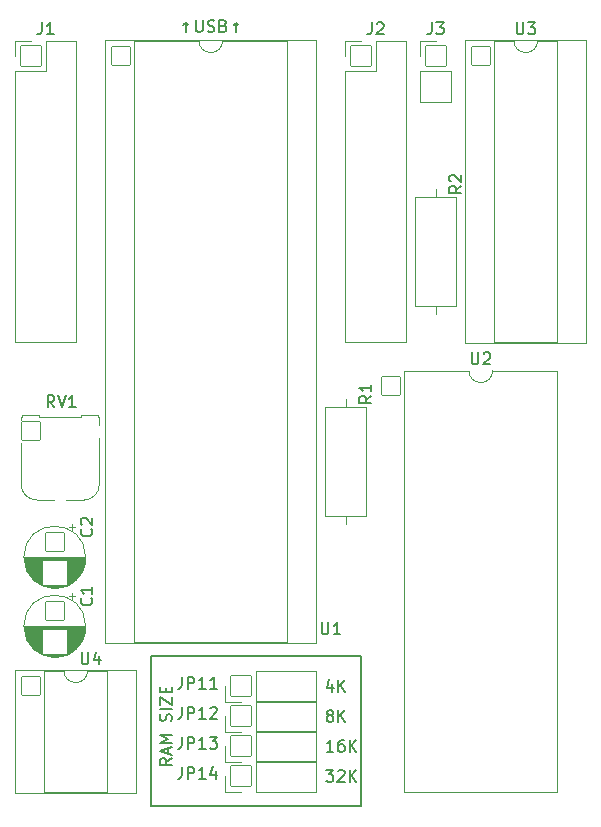
<source format=gto>
G04 #@! TF.GenerationSoftware,KiCad,Pcbnew,8.0.6*
G04 #@! TF.CreationDate,2025-02-13T00:08:43+01:00*
G04 #@! TF.ProjectId,board_v1,626f6172-645f-4763-912e-6b696361645f,rev?*
G04 #@! TF.SameCoordinates,Original*
G04 #@! TF.FileFunction,Legend,Top*
G04 #@! TF.FilePolarity,Positive*
%FSLAX46Y46*%
G04 Gerber Fmt 4.6, Leading zero omitted, Abs format (unit mm)*
G04 Created by KiCad (PCBNEW 8.0.6) date 2025-02-13 00:08:43*
%MOMM*%
%LPD*%
G01*
G04 APERTURE LIST*
G04 Aperture macros list*
%AMRoundRect*
0 Rectangle with rounded corners*
0 $1 Rounding radius*
0 $2 $3 $4 $5 $6 $7 $8 $9 X,Y pos of 4 corners*
0 Add a 4 corners polygon primitive as box body*
4,1,4,$2,$3,$4,$5,$6,$7,$8,$9,$2,$3,0*
0 Add four circle primitives for the rounded corners*
1,1,$1+$1,$2,$3*
1,1,$1+$1,$4,$5*
1,1,$1+$1,$6,$7*
1,1,$1+$1,$8,$9*
0 Add four rect primitives between the rounded corners*
20,1,$1+$1,$2,$3,$4,$5,0*
20,1,$1+$1,$4,$5,$6,$7,0*
20,1,$1+$1,$6,$7,$8,$9,0*
20,1,$1+$1,$8,$9,$2,$3,0*%
G04 Aperture macros list end*
%ADD10C,0.150000*%
%ADD11C,0.153000*%
%ADD12C,0.120000*%
%ADD13RoundRect,0.038000X-0.800000X-0.800000X0.800000X-0.800000X0.800000X0.800000X-0.800000X0.800000X0*%
%ADD14O,1.676000X1.676000*%
%ADD15RoundRect,0.038000X-0.850000X-0.850000X0.850000X-0.850000X0.850000X0.850000X-0.850000X0.850000X0*%
%ADD16O,1.776000X1.776000*%
%ADD17RoundRect,0.038000X0.850000X-0.850000X0.850000X0.850000X-0.850000X0.850000X-0.850000X-0.850000X0*%
%ADD18RoundRect,0.038000X-0.800000X0.800000X-0.800000X-0.800000X0.800000X-0.800000X0.800000X0.800000X0*%
%ADD19C,1.676000*%
%ADD20RoundRect,0.038000X-0.780000X-0.780000X0.780000X-0.780000X0.780000X0.780000X-0.780000X0.780000X0*%
%ADD21C,1.636000*%
G04 APERTURE END LIST*
D10*
X78740000Y-127000000D02*
X96520000Y-127000000D01*
X96520000Y-139700000D01*
X78740000Y-139700000D01*
X78740000Y-127000000D01*
D11*
X81700952Y-74114663D02*
X81700952Y-73352758D01*
X81510476Y-73543234D02*
X81700952Y-73352758D01*
X81700952Y-73352758D02*
X81891428Y-73543234D01*
X82558095Y-73114663D02*
X82558095Y-73924186D01*
X82558095Y-73924186D02*
X82605714Y-74019424D01*
X82605714Y-74019424D02*
X82653333Y-74067044D01*
X82653333Y-74067044D02*
X82748571Y-74114663D01*
X82748571Y-74114663D02*
X82939047Y-74114663D01*
X82939047Y-74114663D02*
X83034285Y-74067044D01*
X83034285Y-74067044D02*
X83081904Y-74019424D01*
X83081904Y-74019424D02*
X83129523Y-73924186D01*
X83129523Y-73924186D02*
X83129523Y-73114663D01*
X83558095Y-74067044D02*
X83700952Y-74114663D01*
X83700952Y-74114663D02*
X83939047Y-74114663D01*
X83939047Y-74114663D02*
X84034285Y-74067044D01*
X84034285Y-74067044D02*
X84081904Y-74019424D01*
X84081904Y-74019424D02*
X84129523Y-73924186D01*
X84129523Y-73924186D02*
X84129523Y-73828948D01*
X84129523Y-73828948D02*
X84081904Y-73733710D01*
X84081904Y-73733710D02*
X84034285Y-73686091D01*
X84034285Y-73686091D02*
X83939047Y-73638472D01*
X83939047Y-73638472D02*
X83748571Y-73590853D01*
X83748571Y-73590853D02*
X83653333Y-73543234D01*
X83653333Y-73543234D02*
X83605714Y-73495615D01*
X83605714Y-73495615D02*
X83558095Y-73400377D01*
X83558095Y-73400377D02*
X83558095Y-73305139D01*
X83558095Y-73305139D02*
X83605714Y-73209901D01*
X83605714Y-73209901D02*
X83653333Y-73162282D01*
X83653333Y-73162282D02*
X83748571Y-73114663D01*
X83748571Y-73114663D02*
X83986666Y-73114663D01*
X83986666Y-73114663D02*
X84129523Y-73162282D01*
X84891428Y-73590853D02*
X85034285Y-73638472D01*
X85034285Y-73638472D02*
X85081904Y-73686091D01*
X85081904Y-73686091D02*
X85129523Y-73781329D01*
X85129523Y-73781329D02*
X85129523Y-73924186D01*
X85129523Y-73924186D02*
X85081904Y-74019424D01*
X85081904Y-74019424D02*
X85034285Y-74067044D01*
X85034285Y-74067044D02*
X84939047Y-74114663D01*
X84939047Y-74114663D02*
X84558095Y-74114663D01*
X84558095Y-74114663D02*
X84558095Y-73114663D01*
X84558095Y-73114663D02*
X84891428Y-73114663D01*
X84891428Y-73114663D02*
X84986666Y-73162282D01*
X84986666Y-73162282D02*
X85034285Y-73209901D01*
X85034285Y-73209901D02*
X85081904Y-73305139D01*
X85081904Y-73305139D02*
X85081904Y-73400377D01*
X85081904Y-73400377D02*
X85034285Y-73495615D01*
X85034285Y-73495615D02*
X84986666Y-73543234D01*
X84986666Y-73543234D02*
X84891428Y-73590853D01*
X84891428Y-73590853D02*
X84558095Y-73590853D01*
X85939047Y-74114663D02*
X85939047Y-73352758D01*
X85748571Y-73543234D02*
X85939047Y-73352758D01*
X85939047Y-73352758D02*
X86129523Y-73543234D01*
X93588514Y-136614663D02*
X94207561Y-136614663D01*
X94207561Y-136614663D02*
X93874228Y-136995615D01*
X93874228Y-136995615D02*
X94017085Y-136995615D01*
X94017085Y-136995615D02*
X94112323Y-137043234D01*
X94112323Y-137043234D02*
X94159942Y-137090853D01*
X94159942Y-137090853D02*
X94207561Y-137186091D01*
X94207561Y-137186091D02*
X94207561Y-137424186D01*
X94207561Y-137424186D02*
X94159942Y-137519424D01*
X94159942Y-137519424D02*
X94112323Y-137567044D01*
X94112323Y-137567044D02*
X94017085Y-137614663D01*
X94017085Y-137614663D02*
X93731371Y-137614663D01*
X93731371Y-137614663D02*
X93636133Y-137567044D01*
X93636133Y-137567044D02*
X93588514Y-137519424D01*
X94588514Y-136709901D02*
X94636133Y-136662282D01*
X94636133Y-136662282D02*
X94731371Y-136614663D01*
X94731371Y-136614663D02*
X94969466Y-136614663D01*
X94969466Y-136614663D02*
X95064704Y-136662282D01*
X95064704Y-136662282D02*
X95112323Y-136709901D01*
X95112323Y-136709901D02*
X95159942Y-136805139D01*
X95159942Y-136805139D02*
X95159942Y-136900377D01*
X95159942Y-136900377D02*
X95112323Y-137043234D01*
X95112323Y-137043234D02*
X94540895Y-137614663D01*
X94540895Y-137614663D02*
X95159942Y-137614663D01*
X95588514Y-137614663D02*
X95588514Y-136614663D01*
X96159942Y-137614663D02*
X95731371Y-137043234D01*
X96159942Y-136614663D02*
X95588514Y-137186091D01*
X94207561Y-135074663D02*
X93636133Y-135074663D01*
X93921847Y-135074663D02*
X93921847Y-134074663D01*
X93921847Y-134074663D02*
X93826609Y-134217520D01*
X93826609Y-134217520D02*
X93731371Y-134312758D01*
X93731371Y-134312758D02*
X93636133Y-134360377D01*
X95064704Y-134074663D02*
X94874228Y-134074663D01*
X94874228Y-134074663D02*
X94778990Y-134122282D01*
X94778990Y-134122282D02*
X94731371Y-134169901D01*
X94731371Y-134169901D02*
X94636133Y-134312758D01*
X94636133Y-134312758D02*
X94588514Y-134503234D01*
X94588514Y-134503234D02*
X94588514Y-134884186D01*
X94588514Y-134884186D02*
X94636133Y-134979424D01*
X94636133Y-134979424D02*
X94683752Y-135027044D01*
X94683752Y-135027044D02*
X94778990Y-135074663D01*
X94778990Y-135074663D02*
X94969466Y-135074663D01*
X94969466Y-135074663D02*
X95064704Y-135027044D01*
X95064704Y-135027044D02*
X95112323Y-134979424D01*
X95112323Y-134979424D02*
X95159942Y-134884186D01*
X95159942Y-134884186D02*
X95159942Y-134646091D01*
X95159942Y-134646091D02*
X95112323Y-134550853D01*
X95112323Y-134550853D02*
X95064704Y-134503234D01*
X95064704Y-134503234D02*
X94969466Y-134455615D01*
X94969466Y-134455615D02*
X94778990Y-134455615D01*
X94778990Y-134455615D02*
X94683752Y-134503234D01*
X94683752Y-134503234D02*
X94636133Y-134550853D01*
X94636133Y-134550853D02*
X94588514Y-134646091D01*
X95588514Y-135074663D02*
X95588514Y-134074663D01*
X96159942Y-135074663D02*
X95731371Y-134503234D01*
X96159942Y-134074663D02*
X95588514Y-134646091D01*
X93826609Y-131963234D02*
X93731371Y-131915615D01*
X93731371Y-131915615D02*
X93683752Y-131867996D01*
X93683752Y-131867996D02*
X93636133Y-131772758D01*
X93636133Y-131772758D02*
X93636133Y-131725139D01*
X93636133Y-131725139D02*
X93683752Y-131629901D01*
X93683752Y-131629901D02*
X93731371Y-131582282D01*
X93731371Y-131582282D02*
X93826609Y-131534663D01*
X93826609Y-131534663D02*
X94017085Y-131534663D01*
X94017085Y-131534663D02*
X94112323Y-131582282D01*
X94112323Y-131582282D02*
X94159942Y-131629901D01*
X94159942Y-131629901D02*
X94207561Y-131725139D01*
X94207561Y-131725139D02*
X94207561Y-131772758D01*
X94207561Y-131772758D02*
X94159942Y-131867996D01*
X94159942Y-131867996D02*
X94112323Y-131915615D01*
X94112323Y-131915615D02*
X94017085Y-131963234D01*
X94017085Y-131963234D02*
X93826609Y-131963234D01*
X93826609Y-131963234D02*
X93731371Y-132010853D01*
X93731371Y-132010853D02*
X93683752Y-132058472D01*
X93683752Y-132058472D02*
X93636133Y-132153710D01*
X93636133Y-132153710D02*
X93636133Y-132344186D01*
X93636133Y-132344186D02*
X93683752Y-132439424D01*
X93683752Y-132439424D02*
X93731371Y-132487044D01*
X93731371Y-132487044D02*
X93826609Y-132534663D01*
X93826609Y-132534663D02*
X94017085Y-132534663D01*
X94017085Y-132534663D02*
X94112323Y-132487044D01*
X94112323Y-132487044D02*
X94159942Y-132439424D01*
X94159942Y-132439424D02*
X94207561Y-132344186D01*
X94207561Y-132344186D02*
X94207561Y-132153710D01*
X94207561Y-132153710D02*
X94159942Y-132058472D01*
X94159942Y-132058472D02*
X94112323Y-132010853D01*
X94112323Y-132010853D02*
X94017085Y-131963234D01*
X94636133Y-132534663D02*
X94636133Y-131534663D01*
X95207561Y-132534663D02*
X94778990Y-131963234D01*
X95207561Y-131534663D02*
X94636133Y-132106091D01*
X80514663Y-135614819D02*
X80038472Y-135948152D01*
X80514663Y-136186247D02*
X79514663Y-136186247D01*
X79514663Y-136186247D02*
X79514663Y-135805295D01*
X79514663Y-135805295D02*
X79562282Y-135710057D01*
X79562282Y-135710057D02*
X79609901Y-135662438D01*
X79609901Y-135662438D02*
X79705139Y-135614819D01*
X79705139Y-135614819D02*
X79847996Y-135614819D01*
X79847996Y-135614819D02*
X79943234Y-135662438D01*
X79943234Y-135662438D02*
X79990853Y-135710057D01*
X79990853Y-135710057D02*
X80038472Y-135805295D01*
X80038472Y-135805295D02*
X80038472Y-136186247D01*
X80228948Y-135233866D02*
X80228948Y-134757676D01*
X80514663Y-135329104D02*
X79514663Y-134995771D01*
X79514663Y-134995771D02*
X80514663Y-134662438D01*
X80514663Y-134329104D02*
X79514663Y-134329104D01*
X79514663Y-134329104D02*
X80228948Y-133995771D01*
X80228948Y-133995771D02*
X79514663Y-133662438D01*
X79514663Y-133662438D02*
X80514663Y-133662438D01*
X80467044Y-132471961D02*
X80514663Y-132329104D01*
X80514663Y-132329104D02*
X80514663Y-132091009D01*
X80514663Y-132091009D02*
X80467044Y-131995771D01*
X80467044Y-131995771D02*
X80419424Y-131948152D01*
X80419424Y-131948152D02*
X80324186Y-131900533D01*
X80324186Y-131900533D02*
X80228948Y-131900533D01*
X80228948Y-131900533D02*
X80133710Y-131948152D01*
X80133710Y-131948152D02*
X80086091Y-131995771D01*
X80086091Y-131995771D02*
X80038472Y-132091009D01*
X80038472Y-132091009D02*
X79990853Y-132281485D01*
X79990853Y-132281485D02*
X79943234Y-132376723D01*
X79943234Y-132376723D02*
X79895615Y-132424342D01*
X79895615Y-132424342D02*
X79800377Y-132471961D01*
X79800377Y-132471961D02*
X79705139Y-132471961D01*
X79705139Y-132471961D02*
X79609901Y-132424342D01*
X79609901Y-132424342D02*
X79562282Y-132376723D01*
X79562282Y-132376723D02*
X79514663Y-132281485D01*
X79514663Y-132281485D02*
X79514663Y-132043390D01*
X79514663Y-132043390D02*
X79562282Y-131900533D01*
X80514663Y-131471961D02*
X79514663Y-131471961D01*
X79514663Y-131091009D02*
X79514663Y-130424343D01*
X79514663Y-130424343D02*
X80514663Y-131091009D01*
X80514663Y-131091009D02*
X80514663Y-130424343D01*
X79990853Y-130043390D02*
X79990853Y-129710057D01*
X80514663Y-129567200D02*
X80514663Y-130043390D01*
X80514663Y-130043390D02*
X79514663Y-130043390D01*
X79514663Y-130043390D02*
X79514663Y-129567200D01*
X94112323Y-129327996D02*
X94112323Y-129994663D01*
X93874228Y-128947044D02*
X93636133Y-129661329D01*
X93636133Y-129661329D02*
X94255180Y-129661329D01*
X94636133Y-129994663D02*
X94636133Y-128994663D01*
X95207561Y-129994663D02*
X94778990Y-129423234D01*
X95207561Y-128994663D02*
X94636133Y-129566091D01*
X109728095Y-73324663D02*
X109728095Y-74134186D01*
X109728095Y-74134186D02*
X109775714Y-74229424D01*
X109775714Y-74229424D02*
X109823333Y-74277044D01*
X109823333Y-74277044D02*
X109918571Y-74324663D01*
X109918571Y-74324663D02*
X110109047Y-74324663D01*
X110109047Y-74324663D02*
X110204285Y-74277044D01*
X110204285Y-74277044D02*
X110251904Y-74229424D01*
X110251904Y-74229424D02*
X110299523Y-74134186D01*
X110299523Y-74134186D02*
X110299523Y-73324663D01*
X110680476Y-73324663D02*
X111299523Y-73324663D01*
X111299523Y-73324663D02*
X110966190Y-73705615D01*
X110966190Y-73705615D02*
X111109047Y-73705615D01*
X111109047Y-73705615D02*
X111204285Y-73753234D01*
X111204285Y-73753234D02*
X111251904Y-73800853D01*
X111251904Y-73800853D02*
X111299523Y-73896091D01*
X111299523Y-73896091D02*
X111299523Y-74134186D01*
X111299523Y-74134186D02*
X111251904Y-74229424D01*
X111251904Y-74229424D02*
X111204285Y-74277044D01*
X111204285Y-74277044D02*
X111109047Y-74324663D01*
X111109047Y-74324663D02*
X110823333Y-74324663D01*
X110823333Y-74324663D02*
X110728095Y-74277044D01*
X110728095Y-74277044D02*
X110680476Y-74229424D01*
X69516666Y-73324663D02*
X69516666Y-74038948D01*
X69516666Y-74038948D02*
X69469047Y-74181805D01*
X69469047Y-74181805D02*
X69373809Y-74277044D01*
X69373809Y-74277044D02*
X69230952Y-74324663D01*
X69230952Y-74324663D02*
X69135714Y-74324663D01*
X70516666Y-74324663D02*
X69945238Y-74324663D01*
X70230952Y-74324663D02*
X70230952Y-73324663D01*
X70230952Y-73324663D02*
X70135714Y-73467520D01*
X70135714Y-73467520D02*
X70040476Y-73562758D01*
X70040476Y-73562758D02*
X69945238Y-73610377D01*
X105918095Y-101264663D02*
X105918095Y-102074186D01*
X105918095Y-102074186D02*
X105965714Y-102169424D01*
X105965714Y-102169424D02*
X106013333Y-102217044D01*
X106013333Y-102217044D02*
X106108571Y-102264663D01*
X106108571Y-102264663D02*
X106299047Y-102264663D01*
X106299047Y-102264663D02*
X106394285Y-102217044D01*
X106394285Y-102217044D02*
X106441904Y-102169424D01*
X106441904Y-102169424D02*
X106489523Y-102074186D01*
X106489523Y-102074186D02*
X106489523Y-101264663D01*
X106918095Y-101359901D02*
X106965714Y-101312282D01*
X106965714Y-101312282D02*
X107060952Y-101264663D01*
X107060952Y-101264663D02*
X107299047Y-101264663D01*
X107299047Y-101264663D02*
X107394285Y-101312282D01*
X107394285Y-101312282D02*
X107441904Y-101359901D01*
X107441904Y-101359901D02*
X107489523Y-101455139D01*
X107489523Y-101455139D02*
X107489523Y-101550377D01*
X107489523Y-101550377D02*
X107441904Y-101693234D01*
X107441904Y-101693234D02*
X106870476Y-102264663D01*
X106870476Y-102264663D02*
X107489523Y-102264663D01*
X93218095Y-124124663D02*
X93218095Y-124934186D01*
X93218095Y-124934186D02*
X93265714Y-125029424D01*
X93265714Y-125029424D02*
X93313333Y-125077044D01*
X93313333Y-125077044D02*
X93408571Y-125124663D01*
X93408571Y-125124663D02*
X93599047Y-125124663D01*
X93599047Y-125124663D02*
X93694285Y-125077044D01*
X93694285Y-125077044D02*
X93741904Y-125029424D01*
X93741904Y-125029424D02*
X93789523Y-124934186D01*
X93789523Y-124934186D02*
X93789523Y-124124663D01*
X94789523Y-125124663D02*
X94218095Y-125124663D01*
X94503809Y-125124663D02*
X94503809Y-124124663D01*
X94503809Y-124124663D02*
X94408571Y-124267520D01*
X94408571Y-124267520D02*
X94313333Y-124362758D01*
X94313333Y-124362758D02*
X94218095Y-124410377D01*
X97456666Y-73324663D02*
X97456666Y-74038948D01*
X97456666Y-74038948D02*
X97409047Y-74181805D01*
X97409047Y-74181805D02*
X97313809Y-74277044D01*
X97313809Y-74277044D02*
X97170952Y-74324663D01*
X97170952Y-74324663D02*
X97075714Y-74324663D01*
X97885238Y-73419901D02*
X97932857Y-73372282D01*
X97932857Y-73372282D02*
X98028095Y-73324663D01*
X98028095Y-73324663D02*
X98266190Y-73324663D01*
X98266190Y-73324663D02*
X98361428Y-73372282D01*
X98361428Y-73372282D02*
X98409047Y-73419901D01*
X98409047Y-73419901D02*
X98456666Y-73515139D01*
X98456666Y-73515139D02*
X98456666Y-73610377D01*
X98456666Y-73610377D02*
X98409047Y-73753234D01*
X98409047Y-73753234D02*
X97837619Y-74324663D01*
X97837619Y-74324663D02*
X98456666Y-74324663D01*
X81388476Y-133820663D02*
X81388476Y-134534948D01*
X81388476Y-134534948D02*
X81340857Y-134677805D01*
X81340857Y-134677805D02*
X81245619Y-134773044D01*
X81245619Y-134773044D02*
X81102762Y-134820663D01*
X81102762Y-134820663D02*
X81007524Y-134820663D01*
X81864667Y-134820663D02*
X81864667Y-133820663D01*
X81864667Y-133820663D02*
X82245619Y-133820663D01*
X82245619Y-133820663D02*
X82340857Y-133868282D01*
X82340857Y-133868282D02*
X82388476Y-133915901D01*
X82388476Y-133915901D02*
X82436095Y-134011139D01*
X82436095Y-134011139D02*
X82436095Y-134153996D01*
X82436095Y-134153996D02*
X82388476Y-134249234D01*
X82388476Y-134249234D02*
X82340857Y-134296853D01*
X82340857Y-134296853D02*
X82245619Y-134344472D01*
X82245619Y-134344472D02*
X81864667Y-134344472D01*
X83388476Y-134820663D02*
X82817048Y-134820663D01*
X83102762Y-134820663D02*
X83102762Y-133820663D01*
X83102762Y-133820663D02*
X83007524Y-133963520D01*
X83007524Y-133963520D02*
X82912286Y-134058758D01*
X82912286Y-134058758D02*
X82817048Y-134106377D01*
X83721810Y-133820663D02*
X84340857Y-133820663D01*
X84340857Y-133820663D02*
X84007524Y-134201615D01*
X84007524Y-134201615D02*
X84150381Y-134201615D01*
X84150381Y-134201615D02*
X84245619Y-134249234D01*
X84245619Y-134249234D02*
X84293238Y-134296853D01*
X84293238Y-134296853D02*
X84340857Y-134392091D01*
X84340857Y-134392091D02*
X84340857Y-134630186D01*
X84340857Y-134630186D02*
X84293238Y-134725424D01*
X84293238Y-134725424D02*
X84245619Y-134773044D01*
X84245619Y-134773044D02*
X84150381Y-134820663D01*
X84150381Y-134820663D02*
X83864667Y-134820663D01*
X83864667Y-134820663D02*
X83769429Y-134773044D01*
X83769429Y-134773044D02*
X83721810Y-134725424D01*
X73705424Y-122066666D02*
X73753044Y-122114285D01*
X73753044Y-122114285D02*
X73800663Y-122257142D01*
X73800663Y-122257142D02*
X73800663Y-122352380D01*
X73800663Y-122352380D02*
X73753044Y-122495237D01*
X73753044Y-122495237D02*
X73657805Y-122590475D01*
X73657805Y-122590475D02*
X73562567Y-122638094D01*
X73562567Y-122638094D02*
X73372091Y-122685713D01*
X73372091Y-122685713D02*
X73229234Y-122685713D01*
X73229234Y-122685713D02*
X73038758Y-122638094D01*
X73038758Y-122638094D02*
X72943520Y-122590475D01*
X72943520Y-122590475D02*
X72848282Y-122495237D01*
X72848282Y-122495237D02*
X72800663Y-122352380D01*
X72800663Y-122352380D02*
X72800663Y-122257142D01*
X72800663Y-122257142D02*
X72848282Y-122114285D01*
X72848282Y-122114285D02*
X72895901Y-122066666D01*
X73800663Y-121114285D02*
X73800663Y-121685713D01*
X73800663Y-121399999D02*
X72800663Y-121399999D01*
X72800663Y-121399999D02*
X72943520Y-121495237D01*
X72943520Y-121495237D02*
X73038758Y-121590475D01*
X73038758Y-121590475D02*
X73086377Y-121685713D01*
X81388476Y-131280663D02*
X81388476Y-131994948D01*
X81388476Y-131994948D02*
X81340857Y-132137805D01*
X81340857Y-132137805D02*
X81245619Y-132233044D01*
X81245619Y-132233044D02*
X81102762Y-132280663D01*
X81102762Y-132280663D02*
X81007524Y-132280663D01*
X81864667Y-132280663D02*
X81864667Y-131280663D01*
X81864667Y-131280663D02*
X82245619Y-131280663D01*
X82245619Y-131280663D02*
X82340857Y-131328282D01*
X82340857Y-131328282D02*
X82388476Y-131375901D01*
X82388476Y-131375901D02*
X82436095Y-131471139D01*
X82436095Y-131471139D02*
X82436095Y-131613996D01*
X82436095Y-131613996D02*
X82388476Y-131709234D01*
X82388476Y-131709234D02*
X82340857Y-131756853D01*
X82340857Y-131756853D02*
X82245619Y-131804472D01*
X82245619Y-131804472D02*
X81864667Y-131804472D01*
X83388476Y-132280663D02*
X82817048Y-132280663D01*
X83102762Y-132280663D02*
X83102762Y-131280663D01*
X83102762Y-131280663D02*
X83007524Y-131423520D01*
X83007524Y-131423520D02*
X82912286Y-131518758D01*
X82912286Y-131518758D02*
X82817048Y-131566377D01*
X83769429Y-131375901D02*
X83817048Y-131328282D01*
X83817048Y-131328282D02*
X83912286Y-131280663D01*
X83912286Y-131280663D02*
X84150381Y-131280663D01*
X84150381Y-131280663D02*
X84245619Y-131328282D01*
X84245619Y-131328282D02*
X84293238Y-131375901D01*
X84293238Y-131375901D02*
X84340857Y-131471139D01*
X84340857Y-131471139D02*
X84340857Y-131566377D01*
X84340857Y-131566377D02*
X84293238Y-131709234D01*
X84293238Y-131709234D02*
X83721810Y-132280663D01*
X83721810Y-132280663D02*
X84340857Y-132280663D01*
X73705424Y-116224666D02*
X73753044Y-116272285D01*
X73753044Y-116272285D02*
X73800663Y-116415142D01*
X73800663Y-116415142D02*
X73800663Y-116510380D01*
X73800663Y-116510380D02*
X73753044Y-116653237D01*
X73753044Y-116653237D02*
X73657805Y-116748475D01*
X73657805Y-116748475D02*
X73562567Y-116796094D01*
X73562567Y-116796094D02*
X73372091Y-116843713D01*
X73372091Y-116843713D02*
X73229234Y-116843713D01*
X73229234Y-116843713D02*
X73038758Y-116796094D01*
X73038758Y-116796094D02*
X72943520Y-116748475D01*
X72943520Y-116748475D02*
X72848282Y-116653237D01*
X72848282Y-116653237D02*
X72800663Y-116510380D01*
X72800663Y-116510380D02*
X72800663Y-116415142D01*
X72800663Y-116415142D02*
X72848282Y-116272285D01*
X72848282Y-116272285D02*
X72895901Y-116224666D01*
X72895901Y-115843713D02*
X72848282Y-115796094D01*
X72848282Y-115796094D02*
X72800663Y-115700856D01*
X72800663Y-115700856D02*
X72800663Y-115462761D01*
X72800663Y-115462761D02*
X72848282Y-115367523D01*
X72848282Y-115367523D02*
X72895901Y-115319904D01*
X72895901Y-115319904D02*
X72991139Y-115272285D01*
X72991139Y-115272285D02*
X73086377Y-115272285D01*
X73086377Y-115272285D02*
X73229234Y-115319904D01*
X73229234Y-115319904D02*
X73800663Y-115891332D01*
X73800663Y-115891332D02*
X73800663Y-115272285D01*
X72898095Y-126664663D02*
X72898095Y-127474186D01*
X72898095Y-127474186D02*
X72945714Y-127569424D01*
X72945714Y-127569424D02*
X72993333Y-127617044D01*
X72993333Y-127617044D02*
X73088571Y-127664663D01*
X73088571Y-127664663D02*
X73279047Y-127664663D01*
X73279047Y-127664663D02*
X73374285Y-127617044D01*
X73374285Y-127617044D02*
X73421904Y-127569424D01*
X73421904Y-127569424D02*
X73469523Y-127474186D01*
X73469523Y-127474186D02*
X73469523Y-126664663D01*
X74374285Y-126997996D02*
X74374285Y-127664663D01*
X74136190Y-126617044D02*
X73898095Y-127331329D01*
X73898095Y-127331329D02*
X74517142Y-127331329D01*
X81388476Y-128740663D02*
X81388476Y-129454948D01*
X81388476Y-129454948D02*
X81340857Y-129597805D01*
X81340857Y-129597805D02*
X81245619Y-129693044D01*
X81245619Y-129693044D02*
X81102762Y-129740663D01*
X81102762Y-129740663D02*
X81007524Y-129740663D01*
X81864667Y-129740663D02*
X81864667Y-128740663D01*
X81864667Y-128740663D02*
X82245619Y-128740663D01*
X82245619Y-128740663D02*
X82340857Y-128788282D01*
X82340857Y-128788282D02*
X82388476Y-128835901D01*
X82388476Y-128835901D02*
X82436095Y-128931139D01*
X82436095Y-128931139D02*
X82436095Y-129073996D01*
X82436095Y-129073996D02*
X82388476Y-129169234D01*
X82388476Y-129169234D02*
X82340857Y-129216853D01*
X82340857Y-129216853D02*
X82245619Y-129264472D01*
X82245619Y-129264472D02*
X81864667Y-129264472D01*
X83388476Y-129740663D02*
X82817048Y-129740663D01*
X83102762Y-129740663D02*
X83102762Y-128740663D01*
X83102762Y-128740663D02*
X83007524Y-128883520D01*
X83007524Y-128883520D02*
X82912286Y-128978758D01*
X82912286Y-128978758D02*
X82817048Y-129026377D01*
X84340857Y-129740663D02*
X83769429Y-129740663D01*
X84055143Y-129740663D02*
X84055143Y-128740663D01*
X84055143Y-128740663D02*
X83959905Y-128883520D01*
X83959905Y-128883520D02*
X83864667Y-128978758D01*
X83864667Y-128978758D02*
X83769429Y-129026377D01*
X81388476Y-136360663D02*
X81388476Y-137074948D01*
X81388476Y-137074948D02*
X81340857Y-137217805D01*
X81340857Y-137217805D02*
X81245619Y-137313044D01*
X81245619Y-137313044D02*
X81102762Y-137360663D01*
X81102762Y-137360663D02*
X81007524Y-137360663D01*
X81864667Y-137360663D02*
X81864667Y-136360663D01*
X81864667Y-136360663D02*
X82245619Y-136360663D01*
X82245619Y-136360663D02*
X82340857Y-136408282D01*
X82340857Y-136408282D02*
X82388476Y-136455901D01*
X82388476Y-136455901D02*
X82436095Y-136551139D01*
X82436095Y-136551139D02*
X82436095Y-136693996D01*
X82436095Y-136693996D02*
X82388476Y-136789234D01*
X82388476Y-136789234D02*
X82340857Y-136836853D01*
X82340857Y-136836853D02*
X82245619Y-136884472D01*
X82245619Y-136884472D02*
X81864667Y-136884472D01*
X83388476Y-137360663D02*
X82817048Y-137360663D01*
X83102762Y-137360663D02*
X83102762Y-136360663D01*
X83102762Y-136360663D02*
X83007524Y-136503520D01*
X83007524Y-136503520D02*
X82912286Y-136598758D01*
X82912286Y-136598758D02*
X82817048Y-136646377D01*
X84245619Y-136693996D02*
X84245619Y-137360663D01*
X84007524Y-136313044D02*
X83769429Y-137027329D01*
X83769429Y-137027329D02*
X84388476Y-137027329D01*
X97408663Y-104941666D02*
X96932472Y-105274999D01*
X97408663Y-105513094D02*
X96408663Y-105513094D01*
X96408663Y-105513094D02*
X96408663Y-105132142D01*
X96408663Y-105132142D02*
X96456282Y-105036904D01*
X96456282Y-105036904D02*
X96503901Y-104989285D01*
X96503901Y-104989285D02*
X96599139Y-104941666D01*
X96599139Y-104941666D02*
X96741996Y-104941666D01*
X96741996Y-104941666D02*
X96837234Y-104989285D01*
X96837234Y-104989285D02*
X96884853Y-105036904D01*
X96884853Y-105036904D02*
X96932472Y-105132142D01*
X96932472Y-105132142D02*
X96932472Y-105513094D01*
X97408663Y-103989285D02*
X97408663Y-104560713D01*
X97408663Y-104274999D02*
X96408663Y-104274999D01*
X96408663Y-104274999D02*
X96551520Y-104370237D01*
X96551520Y-104370237D02*
X96646758Y-104465475D01*
X96646758Y-104465475D02*
X96694377Y-104560713D01*
X105028663Y-87161666D02*
X104552472Y-87494999D01*
X105028663Y-87733094D02*
X104028663Y-87733094D01*
X104028663Y-87733094D02*
X104028663Y-87352142D01*
X104028663Y-87352142D02*
X104076282Y-87256904D01*
X104076282Y-87256904D02*
X104123901Y-87209285D01*
X104123901Y-87209285D02*
X104219139Y-87161666D01*
X104219139Y-87161666D02*
X104361996Y-87161666D01*
X104361996Y-87161666D02*
X104457234Y-87209285D01*
X104457234Y-87209285D02*
X104504853Y-87256904D01*
X104504853Y-87256904D02*
X104552472Y-87352142D01*
X104552472Y-87352142D02*
X104552472Y-87733094D01*
X104123901Y-86780713D02*
X104076282Y-86733094D01*
X104076282Y-86733094D02*
X104028663Y-86637856D01*
X104028663Y-86637856D02*
X104028663Y-86399761D01*
X104028663Y-86399761D02*
X104076282Y-86304523D01*
X104076282Y-86304523D02*
X104123901Y-86256904D01*
X104123901Y-86256904D02*
X104219139Y-86209285D01*
X104219139Y-86209285D02*
X104314377Y-86209285D01*
X104314377Y-86209285D02*
X104457234Y-86256904D01*
X104457234Y-86256904D02*
X105028663Y-86828332D01*
X105028663Y-86828332D02*
X105028663Y-86209285D01*
X70584761Y-105904663D02*
X70251428Y-105428472D01*
X70013333Y-105904663D02*
X70013333Y-104904663D01*
X70013333Y-104904663D02*
X70394285Y-104904663D01*
X70394285Y-104904663D02*
X70489523Y-104952282D01*
X70489523Y-104952282D02*
X70537142Y-104999901D01*
X70537142Y-104999901D02*
X70584761Y-105095139D01*
X70584761Y-105095139D02*
X70584761Y-105237996D01*
X70584761Y-105237996D02*
X70537142Y-105333234D01*
X70537142Y-105333234D02*
X70489523Y-105380853D01*
X70489523Y-105380853D02*
X70394285Y-105428472D01*
X70394285Y-105428472D02*
X70013333Y-105428472D01*
X70870476Y-104904663D02*
X71203809Y-105904663D01*
X71203809Y-105904663D02*
X71537142Y-104904663D01*
X72394285Y-105904663D02*
X71822857Y-105904663D01*
X72108571Y-105904663D02*
X72108571Y-104904663D01*
X72108571Y-104904663D02*
X72013333Y-105047520D01*
X72013333Y-105047520D02*
X71918095Y-105142758D01*
X71918095Y-105142758D02*
X71822857Y-105190377D01*
X102536666Y-73324663D02*
X102536666Y-74038948D01*
X102536666Y-74038948D02*
X102489047Y-74181805D01*
X102489047Y-74181805D02*
X102393809Y-74277044D01*
X102393809Y-74277044D02*
X102250952Y-74324663D01*
X102250952Y-74324663D02*
X102155714Y-74324663D01*
X102917619Y-73324663D02*
X103536666Y-73324663D01*
X103536666Y-73324663D02*
X103203333Y-73705615D01*
X103203333Y-73705615D02*
X103346190Y-73705615D01*
X103346190Y-73705615D02*
X103441428Y-73753234D01*
X103441428Y-73753234D02*
X103489047Y-73800853D01*
X103489047Y-73800853D02*
X103536666Y-73896091D01*
X103536666Y-73896091D02*
X103536666Y-74134186D01*
X103536666Y-74134186D02*
X103489047Y-74229424D01*
X103489047Y-74229424D02*
X103441428Y-74277044D01*
X103441428Y-74277044D02*
X103346190Y-74324663D01*
X103346190Y-74324663D02*
X103060476Y-74324663D01*
X103060476Y-74324663D02*
X102965238Y-74277044D01*
X102965238Y-74277044D02*
X102917619Y-74229424D01*
D12*
X105350000Y-74810000D02*
X105350000Y-100450000D01*
X105350000Y-100450000D02*
X115630000Y-100450000D01*
X107840000Y-74870000D02*
X107840000Y-100390000D01*
X107840000Y-100390000D02*
X113140000Y-100390000D01*
X109490000Y-74870000D02*
X107840000Y-74870000D01*
X113140000Y-74870000D02*
X111490000Y-74870000D01*
X113140000Y-100390000D02*
X113140000Y-74870000D01*
X115630000Y-74810000D02*
X105350000Y-74810000D01*
X115630000Y-100450000D02*
X115630000Y-74810000D01*
X111490000Y-74870000D02*
G75*
G02*
X109490000Y-74870000I-1000000J0D01*
G01*
X67250000Y-74870000D02*
X68580000Y-74870000D01*
X67250000Y-76200000D02*
X67250000Y-74870000D01*
X67250000Y-77470000D02*
X67250000Y-100390000D01*
X67250000Y-77470000D02*
X69850000Y-77470000D01*
X67250000Y-100390000D02*
X72450000Y-100390000D01*
X69850000Y-74870000D02*
X72450000Y-74870000D01*
X69850000Y-77470000D02*
X69850000Y-74870000D01*
X72450000Y-74870000D02*
X72450000Y-100390000D01*
X100220000Y-102810000D02*
X100220000Y-138490000D01*
X100220000Y-138490000D02*
X113140000Y-138490000D01*
X105680000Y-102810000D02*
X100220000Y-102810000D01*
X113140000Y-102810000D02*
X107680000Y-102810000D01*
X113140000Y-138490000D02*
X113140000Y-102810000D01*
X107680000Y-102810000D02*
G75*
G02*
X105680000Y-102810000I-1000000J0D01*
G01*
X74870000Y-74810000D02*
X74870000Y-125850000D01*
X74870000Y-125850000D02*
X92770000Y-125850000D01*
X77360000Y-74870000D02*
X77360000Y-125790000D01*
X77360000Y-125790000D02*
X90280000Y-125790000D01*
X82820000Y-74870000D02*
X77360000Y-74870000D01*
X90280000Y-74870000D02*
X84820000Y-74870000D01*
X90280000Y-125790000D02*
X90280000Y-74870000D01*
X92770000Y-74810000D02*
X74870000Y-74810000D01*
X92770000Y-125850000D02*
X92770000Y-74810000D01*
X84820000Y-74870000D02*
G75*
G02*
X82820000Y-74870000I-1000000J0D01*
G01*
X95190000Y-74870000D02*
X96520000Y-74870000D01*
X95190000Y-76200000D02*
X95190000Y-74870000D01*
X95190000Y-77470000D02*
X95190000Y-100390000D01*
X95190000Y-77470000D02*
X97790000Y-77470000D01*
X95190000Y-100390000D02*
X100390000Y-100390000D01*
X97790000Y-74870000D02*
X100390000Y-74870000D01*
X97790000Y-77470000D02*
X97790000Y-74870000D01*
X100390000Y-74870000D02*
X100390000Y-100390000D01*
X85030000Y-135950000D02*
X85030000Y-134620000D01*
X86360000Y-135950000D02*
X85030000Y-135950000D01*
X87630000Y-133290000D02*
X92770000Y-133290000D01*
X87630000Y-135950000D02*
X87630000Y-133290000D01*
X87630000Y-135950000D02*
X92770000Y-135950000D01*
X92770000Y-135950000D02*
X92770000Y-133290000D01*
X69572000Y-124680000D02*
X68043000Y-124680000D01*
X69572000Y-124720000D02*
X68047000Y-124720000D01*
X69572000Y-124760000D02*
X68051000Y-124760000D01*
X69572000Y-124800000D02*
X68056000Y-124800000D01*
X69572000Y-124840000D02*
X68062000Y-124840000D01*
X69572000Y-124880000D02*
X68069000Y-124880000D01*
X69572000Y-124920000D02*
X68076000Y-124920000D01*
X69572000Y-124960000D02*
X68084000Y-124960000D01*
X69572000Y-125000000D02*
X68092000Y-125000000D01*
X69572000Y-125040000D02*
X68101000Y-125040000D01*
X69572000Y-125080000D02*
X68111000Y-125080000D01*
X69572000Y-125120000D02*
X68121000Y-125120000D01*
X69572000Y-125161000D02*
X68132000Y-125161000D01*
X69572000Y-125201000D02*
X68144000Y-125201000D01*
X69572000Y-125241000D02*
X68157000Y-125241000D01*
X69572000Y-125281000D02*
X68170000Y-125281000D01*
X69572000Y-125321000D02*
X68184000Y-125321000D01*
X69572000Y-125361000D02*
X68198000Y-125361000D01*
X69572000Y-125401000D02*
X68214000Y-125401000D01*
X69572000Y-125441000D02*
X68230000Y-125441000D01*
X69572000Y-125481000D02*
X68247000Y-125481000D01*
X69572000Y-125521000D02*
X68264000Y-125521000D01*
X69572000Y-125561000D02*
X68283000Y-125561000D01*
X69572000Y-125601000D02*
X68302000Y-125601000D01*
X69572000Y-125641000D02*
X68322000Y-125641000D01*
X69572000Y-125681000D02*
X68344000Y-125681000D01*
X69572000Y-125721000D02*
X68365000Y-125721000D01*
X69572000Y-125761000D02*
X68388000Y-125761000D01*
X69572000Y-125801000D02*
X68412000Y-125801000D01*
X69572000Y-125841000D02*
X68437000Y-125841000D01*
X69572000Y-125881000D02*
X68463000Y-125881000D01*
X69572000Y-125921000D02*
X68490000Y-125921000D01*
X69572000Y-125961000D02*
X68517000Y-125961000D01*
X69572000Y-126001000D02*
X68547000Y-126001000D01*
X69572000Y-126041000D02*
X68577000Y-126041000D01*
X69572000Y-126081000D02*
X68608000Y-126081000D01*
X69572000Y-126121000D02*
X68641000Y-126121000D01*
X69572000Y-126161000D02*
X68675000Y-126161000D01*
X69572000Y-126201000D02*
X68711000Y-126201000D01*
X69572000Y-126241000D02*
X68748000Y-126241000D01*
X69572000Y-126281000D02*
X68786000Y-126281000D01*
X69572000Y-126321000D02*
X68827000Y-126321000D01*
X69572000Y-126361000D02*
X68869000Y-126361000D01*
X69572000Y-126401000D02*
X68913000Y-126401000D01*
X69572000Y-126441000D02*
X68959000Y-126441000D01*
X69572000Y-126481000D02*
X69007000Y-126481000D01*
X69572000Y-126521000D02*
X69058000Y-126521000D01*
X69572000Y-126561000D02*
X69112000Y-126561000D01*
X69572000Y-126601000D02*
X69169000Y-126601000D01*
X69572000Y-126641000D02*
X69229000Y-126641000D01*
X69572000Y-126681000D02*
X69293000Y-126681000D01*
X69572000Y-126721000D02*
X69361000Y-126721000D01*
X70896000Y-127041000D02*
X70328000Y-127041000D01*
X71130000Y-127001000D02*
X70094000Y-127001000D01*
X71289000Y-126961000D02*
X69935000Y-126961000D01*
X71417000Y-126921000D02*
X69807000Y-126921000D01*
X71527000Y-126881000D02*
X69697000Y-126881000D01*
X71623000Y-126841000D02*
X69601000Y-126841000D01*
X71710000Y-126801000D02*
X69514000Y-126801000D01*
X71790000Y-126761000D02*
X69434000Y-126761000D01*
X71863000Y-126721000D02*
X71652000Y-126721000D01*
X71931000Y-126681000D02*
X71652000Y-126681000D01*
X71995000Y-126641000D02*
X71652000Y-126641000D01*
X72055000Y-126601000D02*
X71652000Y-126601000D01*
X72087000Y-121635225D02*
X72087000Y-122135225D01*
X72112000Y-126561000D02*
X71652000Y-126561000D01*
X72166000Y-126521000D02*
X71652000Y-126521000D01*
X72217000Y-126481000D02*
X71652000Y-126481000D01*
X72265000Y-126441000D02*
X71652000Y-126441000D01*
X72311000Y-126401000D02*
X71652000Y-126401000D01*
X72337000Y-121885225D02*
X71837000Y-121885225D01*
X72355000Y-126361000D02*
X71652000Y-126361000D01*
X72397000Y-126321000D02*
X71652000Y-126321000D01*
X72438000Y-126281000D02*
X71652000Y-126281000D01*
X72476000Y-126241000D02*
X71652000Y-126241000D01*
X72513000Y-126201000D02*
X71652000Y-126201000D01*
X72549000Y-126161000D02*
X71652000Y-126161000D01*
X72583000Y-126121000D02*
X71652000Y-126121000D01*
X72616000Y-126081000D02*
X71652000Y-126081000D01*
X72647000Y-126041000D02*
X71652000Y-126041000D01*
X72677000Y-126001000D02*
X71652000Y-126001000D01*
X72707000Y-125961000D02*
X71652000Y-125961000D01*
X72734000Y-125921000D02*
X71652000Y-125921000D01*
X72761000Y-125881000D02*
X71652000Y-125881000D01*
X72787000Y-125841000D02*
X71652000Y-125841000D01*
X72812000Y-125801000D02*
X71652000Y-125801000D01*
X72836000Y-125761000D02*
X71652000Y-125761000D01*
X72859000Y-125721000D02*
X71652000Y-125721000D01*
X72880000Y-125681000D02*
X71652000Y-125681000D01*
X72902000Y-125641000D02*
X71652000Y-125641000D01*
X72922000Y-125601000D02*
X71652000Y-125601000D01*
X72941000Y-125561000D02*
X71652000Y-125561000D01*
X72960000Y-125521000D02*
X71652000Y-125521000D01*
X72977000Y-125481000D02*
X71652000Y-125481000D01*
X72994000Y-125441000D02*
X71652000Y-125441000D01*
X73010000Y-125401000D02*
X71652000Y-125401000D01*
X73026000Y-125361000D02*
X71652000Y-125361000D01*
X73040000Y-125321000D02*
X71652000Y-125321000D01*
X73054000Y-125281000D02*
X71652000Y-125281000D01*
X73067000Y-125241000D02*
X71652000Y-125241000D01*
X73080000Y-125201000D02*
X71652000Y-125201000D01*
X73092000Y-125161000D02*
X71652000Y-125161000D01*
X73103000Y-125120000D02*
X71652000Y-125120000D01*
X73113000Y-125080000D02*
X71652000Y-125080000D01*
X73123000Y-125040000D02*
X71652000Y-125040000D01*
X73132000Y-125000000D02*
X71652000Y-125000000D01*
X73140000Y-124960000D02*
X71652000Y-124960000D01*
X73148000Y-124920000D02*
X71652000Y-124920000D01*
X73155000Y-124880000D02*
X71652000Y-124880000D01*
X73162000Y-124840000D02*
X71652000Y-124840000D01*
X73168000Y-124800000D02*
X71652000Y-124800000D01*
X73173000Y-124760000D02*
X71652000Y-124760000D01*
X73177000Y-124720000D02*
X71652000Y-124720000D01*
X73181000Y-124680000D02*
X71652000Y-124680000D01*
X73185000Y-124640000D02*
X68039000Y-124640000D01*
X73188000Y-124600000D02*
X68036000Y-124600000D01*
X73190000Y-124560000D02*
X68034000Y-124560000D01*
X73191000Y-124520000D02*
X68033000Y-124520000D01*
X73192000Y-124440000D02*
X68032000Y-124440000D01*
X73192000Y-124480000D02*
X68032000Y-124480000D01*
X73232000Y-124440000D02*
G75*
G02*
X67992000Y-124440000I-2620000J0D01*
G01*
X67992000Y-124440000D02*
G75*
G02*
X73232000Y-124440000I2620000J0D01*
G01*
X85030000Y-133410000D02*
X85030000Y-132080000D01*
X86360000Y-133410000D02*
X85030000Y-133410000D01*
X87630000Y-130750000D02*
X92770000Y-130750000D01*
X87630000Y-133410000D02*
X87630000Y-130750000D01*
X87630000Y-133410000D02*
X92770000Y-133410000D01*
X92770000Y-133410000D02*
X92770000Y-130750000D01*
X69572000Y-118838000D02*
X68043000Y-118838000D01*
X69572000Y-118878000D02*
X68047000Y-118878000D01*
X69572000Y-118918000D02*
X68051000Y-118918000D01*
X69572000Y-118958000D02*
X68056000Y-118958000D01*
X69572000Y-118998000D02*
X68062000Y-118998000D01*
X69572000Y-119038000D02*
X68069000Y-119038000D01*
X69572000Y-119078000D02*
X68076000Y-119078000D01*
X69572000Y-119118000D02*
X68084000Y-119118000D01*
X69572000Y-119158000D02*
X68092000Y-119158000D01*
X69572000Y-119198000D02*
X68101000Y-119198000D01*
X69572000Y-119238000D02*
X68111000Y-119238000D01*
X69572000Y-119278000D02*
X68121000Y-119278000D01*
X69572000Y-119319000D02*
X68132000Y-119319000D01*
X69572000Y-119359000D02*
X68144000Y-119359000D01*
X69572000Y-119399000D02*
X68157000Y-119399000D01*
X69572000Y-119439000D02*
X68170000Y-119439000D01*
X69572000Y-119479000D02*
X68184000Y-119479000D01*
X69572000Y-119519000D02*
X68198000Y-119519000D01*
X69572000Y-119559000D02*
X68214000Y-119559000D01*
X69572000Y-119599000D02*
X68230000Y-119599000D01*
X69572000Y-119639000D02*
X68247000Y-119639000D01*
X69572000Y-119679000D02*
X68264000Y-119679000D01*
X69572000Y-119719000D02*
X68283000Y-119719000D01*
X69572000Y-119759000D02*
X68302000Y-119759000D01*
X69572000Y-119799000D02*
X68322000Y-119799000D01*
X69572000Y-119839000D02*
X68344000Y-119839000D01*
X69572000Y-119879000D02*
X68365000Y-119879000D01*
X69572000Y-119919000D02*
X68388000Y-119919000D01*
X69572000Y-119959000D02*
X68412000Y-119959000D01*
X69572000Y-119999000D02*
X68437000Y-119999000D01*
X69572000Y-120039000D02*
X68463000Y-120039000D01*
X69572000Y-120079000D02*
X68490000Y-120079000D01*
X69572000Y-120119000D02*
X68517000Y-120119000D01*
X69572000Y-120159000D02*
X68547000Y-120159000D01*
X69572000Y-120199000D02*
X68577000Y-120199000D01*
X69572000Y-120239000D02*
X68608000Y-120239000D01*
X69572000Y-120279000D02*
X68641000Y-120279000D01*
X69572000Y-120319000D02*
X68675000Y-120319000D01*
X69572000Y-120359000D02*
X68711000Y-120359000D01*
X69572000Y-120399000D02*
X68748000Y-120399000D01*
X69572000Y-120439000D02*
X68786000Y-120439000D01*
X69572000Y-120479000D02*
X68827000Y-120479000D01*
X69572000Y-120519000D02*
X68869000Y-120519000D01*
X69572000Y-120559000D02*
X68913000Y-120559000D01*
X69572000Y-120599000D02*
X68959000Y-120599000D01*
X69572000Y-120639000D02*
X69007000Y-120639000D01*
X69572000Y-120679000D02*
X69058000Y-120679000D01*
X69572000Y-120719000D02*
X69112000Y-120719000D01*
X69572000Y-120759000D02*
X69169000Y-120759000D01*
X69572000Y-120799000D02*
X69229000Y-120799000D01*
X69572000Y-120839000D02*
X69293000Y-120839000D01*
X69572000Y-120879000D02*
X69361000Y-120879000D01*
X70896000Y-121199000D02*
X70328000Y-121199000D01*
X71130000Y-121159000D02*
X70094000Y-121159000D01*
X71289000Y-121119000D02*
X69935000Y-121119000D01*
X71417000Y-121079000D02*
X69807000Y-121079000D01*
X71527000Y-121039000D02*
X69697000Y-121039000D01*
X71623000Y-120999000D02*
X69601000Y-120999000D01*
X71710000Y-120959000D02*
X69514000Y-120959000D01*
X71790000Y-120919000D02*
X69434000Y-120919000D01*
X71863000Y-120879000D02*
X71652000Y-120879000D01*
X71931000Y-120839000D02*
X71652000Y-120839000D01*
X71995000Y-120799000D02*
X71652000Y-120799000D01*
X72055000Y-120759000D02*
X71652000Y-120759000D01*
X72087000Y-115793225D02*
X72087000Y-116293225D01*
X72112000Y-120719000D02*
X71652000Y-120719000D01*
X72166000Y-120679000D02*
X71652000Y-120679000D01*
X72217000Y-120639000D02*
X71652000Y-120639000D01*
X72265000Y-120599000D02*
X71652000Y-120599000D01*
X72311000Y-120559000D02*
X71652000Y-120559000D01*
X72337000Y-116043225D02*
X71837000Y-116043225D01*
X72355000Y-120519000D02*
X71652000Y-120519000D01*
X72397000Y-120479000D02*
X71652000Y-120479000D01*
X72438000Y-120439000D02*
X71652000Y-120439000D01*
X72476000Y-120399000D02*
X71652000Y-120399000D01*
X72513000Y-120359000D02*
X71652000Y-120359000D01*
X72549000Y-120319000D02*
X71652000Y-120319000D01*
X72583000Y-120279000D02*
X71652000Y-120279000D01*
X72616000Y-120239000D02*
X71652000Y-120239000D01*
X72647000Y-120199000D02*
X71652000Y-120199000D01*
X72677000Y-120159000D02*
X71652000Y-120159000D01*
X72707000Y-120119000D02*
X71652000Y-120119000D01*
X72734000Y-120079000D02*
X71652000Y-120079000D01*
X72761000Y-120039000D02*
X71652000Y-120039000D01*
X72787000Y-119999000D02*
X71652000Y-119999000D01*
X72812000Y-119959000D02*
X71652000Y-119959000D01*
X72836000Y-119919000D02*
X71652000Y-119919000D01*
X72859000Y-119879000D02*
X71652000Y-119879000D01*
X72880000Y-119839000D02*
X71652000Y-119839000D01*
X72902000Y-119799000D02*
X71652000Y-119799000D01*
X72922000Y-119759000D02*
X71652000Y-119759000D01*
X72941000Y-119719000D02*
X71652000Y-119719000D01*
X72960000Y-119679000D02*
X71652000Y-119679000D01*
X72977000Y-119639000D02*
X71652000Y-119639000D01*
X72994000Y-119599000D02*
X71652000Y-119599000D01*
X73010000Y-119559000D02*
X71652000Y-119559000D01*
X73026000Y-119519000D02*
X71652000Y-119519000D01*
X73040000Y-119479000D02*
X71652000Y-119479000D01*
X73054000Y-119439000D02*
X71652000Y-119439000D01*
X73067000Y-119399000D02*
X71652000Y-119399000D01*
X73080000Y-119359000D02*
X71652000Y-119359000D01*
X73092000Y-119319000D02*
X71652000Y-119319000D01*
X73103000Y-119278000D02*
X71652000Y-119278000D01*
X73113000Y-119238000D02*
X71652000Y-119238000D01*
X73123000Y-119198000D02*
X71652000Y-119198000D01*
X73132000Y-119158000D02*
X71652000Y-119158000D01*
X73140000Y-119118000D02*
X71652000Y-119118000D01*
X73148000Y-119078000D02*
X71652000Y-119078000D01*
X73155000Y-119038000D02*
X71652000Y-119038000D01*
X73162000Y-118998000D02*
X71652000Y-118998000D01*
X73168000Y-118958000D02*
X71652000Y-118958000D01*
X73173000Y-118918000D02*
X71652000Y-118918000D01*
X73177000Y-118878000D02*
X71652000Y-118878000D01*
X73181000Y-118838000D02*
X71652000Y-118838000D01*
X73185000Y-118798000D02*
X68039000Y-118798000D01*
X73188000Y-118758000D02*
X68036000Y-118758000D01*
X73190000Y-118718000D02*
X68034000Y-118718000D01*
X73191000Y-118678000D02*
X68033000Y-118678000D01*
X73192000Y-118598000D02*
X68032000Y-118598000D01*
X73192000Y-118638000D02*
X68032000Y-118638000D01*
X73232000Y-118598000D02*
G75*
G02*
X67992000Y-118598000I-2620000J0D01*
G01*
X67992000Y-118598000D02*
G75*
G02*
X73232000Y-118598000I2620000J0D01*
G01*
X67250000Y-128150000D02*
X67250000Y-138550000D01*
X67250000Y-138550000D02*
X77530000Y-138550000D01*
X69740000Y-128210000D02*
X69740000Y-138490000D01*
X69740000Y-138490000D02*
X75040000Y-138490000D01*
X71390000Y-128210000D02*
X69740000Y-128210000D01*
X75040000Y-128210000D02*
X73390000Y-128210000D01*
X75040000Y-138490000D02*
X75040000Y-128210000D01*
X77530000Y-128150000D02*
X67250000Y-128150000D01*
X77530000Y-138550000D02*
X77530000Y-128150000D01*
X73390000Y-128210000D02*
G75*
G02*
X71390000Y-128210000I-1000000J0D01*
G01*
X85030000Y-130870000D02*
X85030000Y-129540000D01*
X86360000Y-130870000D02*
X85030000Y-130870000D01*
X87630000Y-128210000D02*
X92770000Y-128210000D01*
X87630000Y-130870000D02*
X87630000Y-128210000D01*
X87630000Y-130870000D02*
X92770000Y-130870000D01*
X92770000Y-130870000D02*
X92770000Y-128210000D01*
X85030000Y-138490000D02*
X85030000Y-137160000D01*
X86360000Y-138490000D02*
X85030000Y-138490000D01*
X87630000Y-135830000D02*
X92770000Y-135830000D01*
X87630000Y-138490000D02*
X87630000Y-135830000D01*
X87630000Y-138490000D02*
X92770000Y-138490000D01*
X92770000Y-138490000D02*
X92770000Y-135830000D01*
X93530000Y-105870000D02*
X93530000Y-115110000D01*
X93530000Y-115110000D02*
X96970000Y-115110000D01*
X95250000Y-105180000D02*
X95250000Y-105870000D01*
X95250000Y-115800000D02*
X95250000Y-115110000D01*
X96970000Y-105870000D02*
X93530000Y-105870000D01*
X96970000Y-115110000D02*
X96970000Y-105870000D01*
X101150000Y-88090000D02*
X101150000Y-97330000D01*
X101150000Y-97330000D02*
X104590000Y-97330000D01*
X102870000Y-87400000D02*
X102870000Y-88090000D01*
X102870000Y-98020000D02*
X102870000Y-97330000D01*
X104590000Y-88090000D02*
X101150000Y-88090000D01*
X104590000Y-97330000D02*
X104590000Y-88090000D01*
X67770000Y-106740000D02*
X67770000Y-106990000D01*
X67770000Y-112450000D02*
X67770000Y-108910000D01*
X67870000Y-106540000D02*
X67870000Y-106740000D01*
X67870000Y-106540000D02*
X69290000Y-106540000D01*
X67870000Y-106740000D02*
X67770000Y-106740000D01*
X69290000Y-106740000D02*
X69290000Y-106540000D01*
X69290000Y-106740000D02*
X72870000Y-106740000D01*
X70570000Y-113760000D02*
X69080000Y-113760000D01*
X72870000Y-106540000D02*
X74290000Y-106540000D01*
X72870000Y-106740000D02*
X72870000Y-106540000D01*
X73080000Y-113760000D02*
X71590000Y-113760000D01*
X74290000Y-106540000D02*
X74290000Y-106740000D01*
X74290000Y-106740000D02*
X74390000Y-106740000D01*
X74390000Y-106740000D02*
X74390000Y-107430000D01*
X74390000Y-108470000D02*
X74390000Y-112450000D01*
X69080000Y-113760000D02*
G75*
G02*
X67770000Y-112450000I0J1310000D01*
G01*
X74390000Y-112450000D02*
G75*
G02*
X73080000Y-113760000I-1310000J0D01*
G01*
X101540000Y-74870000D02*
X102870000Y-74870000D01*
X101540000Y-76200000D02*
X101540000Y-74870000D01*
X101540000Y-77470000D02*
X101540000Y-80070000D01*
X101540000Y-77470000D02*
X104200000Y-77470000D01*
X101540000Y-80070000D02*
X104200000Y-80070000D01*
X104200000Y-77470000D02*
X104200000Y-80070000D01*
%LPC*%
D13*
X106680000Y-76200000D03*
D14*
X106680000Y-78740000D03*
X106680000Y-81280000D03*
X106680000Y-83820000D03*
X106680000Y-86360000D03*
X106680000Y-88900000D03*
X106680000Y-91440000D03*
X106680000Y-93980000D03*
X106680000Y-96520000D03*
X106680000Y-99060000D03*
X114300000Y-99060000D03*
X114300000Y-96520000D03*
X114300000Y-93980000D03*
X114300000Y-91440000D03*
X114300000Y-88900000D03*
X114300000Y-86360000D03*
X114300000Y-83820000D03*
X114300000Y-81280000D03*
X114300000Y-78740000D03*
X114300000Y-76200000D03*
D15*
X68580000Y-76200000D03*
D16*
X71120000Y-76200000D03*
X68580000Y-78740000D03*
X71120000Y-78740000D03*
X68580000Y-81280000D03*
X71120000Y-81280000D03*
X68580000Y-83820000D03*
X71120000Y-83820000D03*
X68580000Y-86360000D03*
X71120000Y-86360000D03*
X68580000Y-88900000D03*
X71120000Y-88900000D03*
X68580000Y-91440000D03*
X71120000Y-91440000D03*
X68580000Y-93980000D03*
X71120000Y-93980000D03*
X68580000Y-96520000D03*
X71120000Y-96520000D03*
X68580000Y-99060000D03*
X71120000Y-99060000D03*
D13*
X99060000Y-104140000D03*
D14*
X99060000Y-106680000D03*
X99060000Y-109220000D03*
X99060000Y-111760000D03*
X99060000Y-114300000D03*
X99060000Y-116840000D03*
X99060000Y-119380000D03*
X99060000Y-121920000D03*
X99060000Y-124460000D03*
X99060000Y-127000000D03*
X99060000Y-129540000D03*
X99060000Y-132080000D03*
X99060000Y-134620000D03*
X99060000Y-137160000D03*
X114300000Y-137160000D03*
X114300000Y-134620000D03*
X114300000Y-132080000D03*
X114300000Y-129540000D03*
X114300000Y-127000000D03*
X114300000Y-124460000D03*
X114300000Y-121920000D03*
X114300000Y-119380000D03*
X114300000Y-116840000D03*
X114300000Y-114300000D03*
X114300000Y-111760000D03*
X114300000Y-109220000D03*
X114300000Y-106680000D03*
X114300000Y-104140000D03*
D13*
X76200000Y-76200000D03*
D14*
X76200000Y-78740000D03*
X76200000Y-81280000D03*
X76200000Y-83820000D03*
X76200000Y-86360000D03*
X76200000Y-88900000D03*
X76200000Y-91440000D03*
X76200000Y-93980000D03*
X76200000Y-96520000D03*
X76200000Y-99060000D03*
X76200000Y-101600000D03*
X76200000Y-104140000D03*
X76200000Y-106680000D03*
X76200000Y-109220000D03*
X76200000Y-111760000D03*
X76200000Y-114300000D03*
X76200000Y-116840000D03*
X76200000Y-119380000D03*
X76200000Y-121920000D03*
X76200000Y-124460000D03*
X91440000Y-124460000D03*
X91440000Y-121920000D03*
X91440000Y-119380000D03*
X91440000Y-116840000D03*
X91440000Y-114300000D03*
X91440000Y-111760000D03*
X91440000Y-109220000D03*
X91440000Y-106680000D03*
X91440000Y-104140000D03*
X91440000Y-101600000D03*
X91440000Y-99060000D03*
X91440000Y-96520000D03*
X91440000Y-93980000D03*
X91440000Y-91440000D03*
X91440000Y-88900000D03*
X91440000Y-86360000D03*
X91440000Y-83820000D03*
X91440000Y-81280000D03*
X91440000Y-78740000D03*
X91440000Y-76200000D03*
D15*
X96520000Y-76200000D03*
D16*
X99060000Y-76200000D03*
X96520000Y-78740000D03*
X99060000Y-78740000D03*
X96520000Y-81280000D03*
X99060000Y-81280000D03*
X96520000Y-83820000D03*
X99060000Y-83820000D03*
X96520000Y-86360000D03*
X99060000Y-86360000D03*
X96520000Y-88900000D03*
X99060000Y-88900000D03*
X96520000Y-91440000D03*
X99060000Y-91440000D03*
X96520000Y-93980000D03*
X99060000Y-93980000D03*
X96520000Y-96520000D03*
X99060000Y-96520000D03*
X96520000Y-99060000D03*
X99060000Y-99060000D03*
D17*
X86360000Y-134620000D03*
D16*
X88900000Y-134620000D03*
X91440000Y-134620000D03*
D18*
X70612000Y-123190000D03*
D19*
X70612000Y-125690000D03*
D17*
X86360000Y-132080000D03*
D16*
X88900000Y-132080000D03*
X91440000Y-132080000D03*
D18*
X70612000Y-117348000D03*
D19*
X70612000Y-119848000D03*
D13*
X68580000Y-129540000D03*
D14*
X68580000Y-132080000D03*
X68580000Y-134620000D03*
X68580000Y-137160000D03*
X76200000Y-137160000D03*
X76200000Y-134620000D03*
X76200000Y-132080000D03*
X76200000Y-129540000D03*
D17*
X86360000Y-129540000D03*
D16*
X88900000Y-129540000D03*
X91440000Y-129540000D03*
D17*
X86360000Y-137160000D03*
D16*
X88900000Y-137160000D03*
X91440000Y-137160000D03*
D19*
X95250000Y-104140000D03*
D14*
X95250000Y-116840000D03*
D19*
X102870000Y-86360000D03*
D14*
X102870000Y-99060000D03*
D20*
X68580000Y-107950000D03*
D21*
X71080000Y-112950000D03*
X73580000Y-107950000D03*
D15*
X102870000Y-76200000D03*
D16*
X102870000Y-78740000D03*
%LPD*%
M02*

</source>
